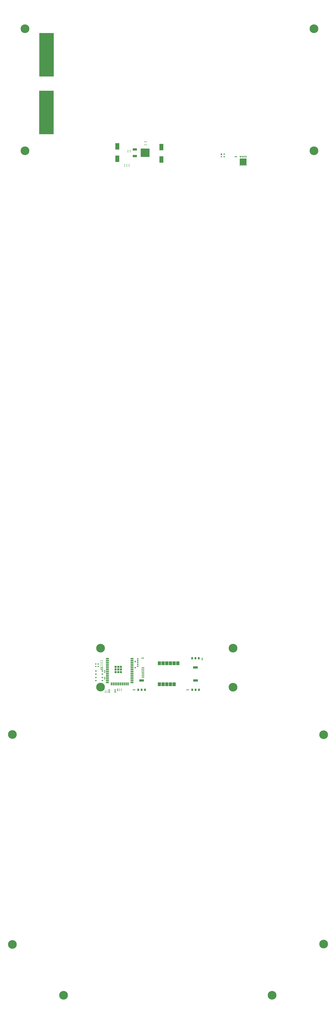
<source format=gts>
%FSTAX44Y44*%
%MOMM*%
%SFA1B1*%

%IPPOS*%
%ADD23R,3.299993X1.599997*%
%ADD24R,1.199998X1.599997*%
%ADD29R,1.329997X1.329997*%
%ADD30R,0.899998X1.999996*%
%ADD31R,1.999996X0.899998*%
%ADD33R,2.999994X1.599997*%
%ADD34R,6.199988X5.799988*%
%ADD40R,0.499999X0.549999*%
%ADD41R,0.549999X0.499999*%
%ADD42R,0.649999X0.699999*%
%ADD43O,1.299997X0.399999*%
%ADD44R,0.699999X0.649999*%
%ADD45R,2.199996X2.499995*%
%ADD46C,0.999998*%
%ADD47R,0.849998X0.699999*%
%ADD48R,0.999998X0.699999*%
%ADD49R,9.999980X29.999940*%
%ADD50R,2.699995X4.499991*%
%ADD51R,0.899998X0.799998*%
%ADD52R,0.899998X1.199998*%
%ADD53R,0.649999X1.199998*%
%ADD54C,5.999988*%
%LNpcb1-1*%
%LPD*%
G36*
X01009371Y03331818D02*
Y03326818D01*
X01002371*
Y03331818*
X00996021*
Y03326818*
X00989021*
Y03331818*
X00982721*
Y03326818*
X00975721*
Y03331818*
X00969371*
Y03326818*
X00962371*
Y03331818*
Y03376818*
X01009371*
Y03331818*
G37*
G54D23*
X00656148Y-00133209D03*
X00657418Y-00222879D03*
X00284038D03*
G54D24*
X00633148Y-00069209D03*
X00656148D03*
X00679148D03*
X00680418Y-00286879D03*
X00657418D03*
X00634418D03*
X00307038D03*
X00284038D03*
X00261038D03*
G54D29*
X00140878Y-00165009D03*
X00122528D03*
X00104178D03*
X00140878Y-00146659D03*
X00122528D03*
X00104178D03*
X00140878Y-00128309D03*
X00122528D03*
X00104178D03*
G54D30*
X00189678Y-00246759D03*
X00176978D03*
X00164278D03*
X00151578D03*
X00138878D03*
X00126178D03*
X00113478D03*
X00100778D03*
X00088078D03*
X00075378D03*
G54D31*
X00217528Y-00071659D03*
Y-00084359D03*
Y-00097059D03*
Y-00109759D03*
Y-00122459D03*
Y-00135159D03*
Y-00147859D03*
Y-00160559D03*
Y-00173259D03*
Y-00185959D03*
Y-00198659D03*
Y-00211359D03*
Y-00224059D03*
Y-00236759D03*
X00047528D03*
Y-00224059D03*
Y-00211359D03*
Y-00198659D03*
Y-00185959D03*
Y-00173259D03*
Y-00160559D03*
Y-00147859D03*
Y-00135159D03*
Y-00122459D03*
Y-00109759D03*
Y-00097059D03*
Y-00084359D03*
Y-00071659D03*
G54D33*
X00237228Y03393603D03*
Y03439303D03*
G54D34*
X00308128Y03416453D03*
G54D40*
X00315638Y03491383D03*
X00306138D03*
X00315638Y03471063D03*
X00306138D03*
X00013198Y-00122459D03*
X00003698D03*
X00003652Y-00109102D03*
X00013152D03*
X00013198Y-00085389D03*
X00003698D03*
X00013198Y-00097059D03*
X00003698D03*
G54D41*
X00190058Y03431363D03*
Y03421863D03*
X00205298Y03431363D03*
Y03421863D03*
X00144304Y-00291904D03*
Y-00282404D03*
X00131604Y-00291904D03*
Y-00282404D03*
X00043974Y-00305563D03*
Y-00296063D03*
X00032164Y-00305563D03*
Y-00296063D03*
X00167198Y03333809D03*
Y03324309D03*
X00182438Y03333809D03*
Y03324309D03*
X00197678D03*
Y03333809D03*
G54D42*
X00118904Y-00291904D03*
Y-00282404D03*
X00703138Y-00079309D03*
Y-00069809D03*
X0002846Y-00202206D03*
Y-00211706D03*
Y-00156008D03*
Y-00165508D03*
G54D43*
X00101276Y-00305063D03*
Y-00298563D03*
Y-00292063D03*
Y-00285563D03*
X00060276Y-00305063D03*
Y-00298563D03*
Y-00292063D03*
Y-00285563D03*
G54D44*
X00598058Y-00286879D03*
X00607558D03*
X00296408Y-00068189D03*
X00286908D03*
X00297863Y-00200841D03*
X00288363D03*
X00297796Y-00189638D03*
X00288296D03*
X00297863Y-00178679D03*
X00288363D03*
X00297863Y-00167704D03*
X00288363D03*
X00297678Y-00156822D03*
X00288178D03*
X00297678Y-00145575D03*
X00288178D03*
X00298263Y-00134932D03*
X00288763D03*
X00004112Y-00134362D03*
X00013612D03*
X00004033Y-00145749D03*
X00013533D03*
X0022702Y-00287154D03*
X0023652D03*
X00931128Y03389318D03*
X00940628D03*
G54D45*
X00508574Y-00248749D03*
X00483174D03*
X00457774D03*
X00432374D03*
X00406974D03*
X00533974Y-00103749D03*
X00508574D03*
X00483174D03*
X00457774D03*
X00432374D03*
X00406974D03*
G54D46*
X00257148Y-00125639D03*
Y-00112939D03*
Y-00100239D03*
Y-00087539D03*
Y-00074839D03*
X00239624Y-00134932D03*
Y-00092559D03*
G54D47*
X-0001632Y-00109417D03*
Y-00125917D03*
X-00032669Y-00109418D03*
Y-00125918D03*
G54D48*
X00012618Y-00202158D03*
X-0003238D03*
X00012618Y-00223658D03*
X-0003238D03*
X00012618Y-00157258D03*
X-0003238D03*
X00012618Y-00178758D03*
X-0003238D03*
G54D49*
X-00374455Y03694184D03*
X-00373185Y04091694D03*
G54D50*
X00421198Y03369893D03*
Y03455393D03*
X00116398Y03374973D03*
Y03460473D03*
G54D51*
X00855378Y0340714D03*
Y03388139D03*
X00835378D03*
G54D52*
X00835378Y03405139D03*
G54D53*
X01005937Y03333128D03*
X00992475D03*
X00979267D03*
X00965805D03*
X00966821Y03389318D03*
X00979521D03*
X00992221D03*
X01004921D03*
G54D54*
X0Y0D03*
X00916498Y-00000244D03*
X0Y-00268605D03*
X00916498Y-00268849D03*
X01542756Y-00597248D03*
X01542741Y-02040366D03*
X01186482Y-02393422D03*
X-0025603Y-02393476D03*
X-00609798Y-02043232D03*
X-0060971Y-00595249D03*
X01476061Y03430279D03*
X-00522408Y0343025D03*
X01476061Y0427114D03*
X-00522408Y04271348D03*
M02*
</source>
